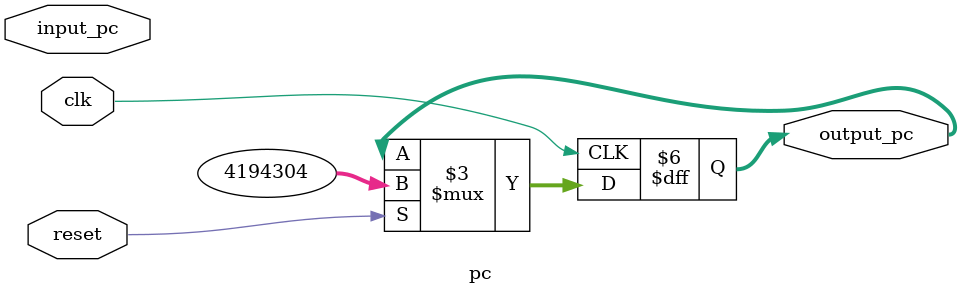
<source format=v>
module pc(
    input clk,
    input reset,
    input [31:0]input_pc,
    output reg [31:0]output_pc
);  
	always@(posedge clk) begin
        input_pc <= output_pc;
        if(reset == 1) output_pc <= 32'h00400000;
    end
endmodule

</source>
